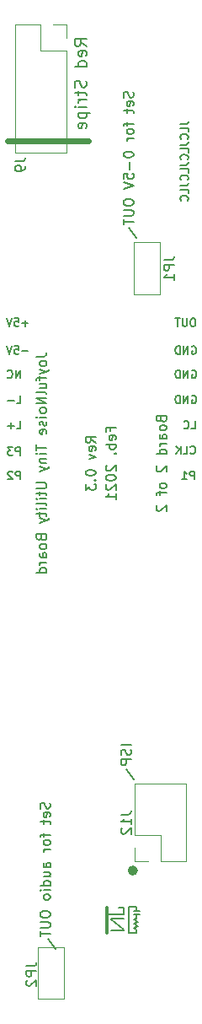
<source format=gbr>
G04 #@! TF.GenerationSoftware,KiCad,Pcbnew,(5.1.9-0-10_14)*
G04 #@! TF.CreationDate,2021-02-07T03:37:40-06:00*
G04 #@! TF.ProjectId,JNTUB_board2,4a4e5455-425f-4626-9f61-7264322e6b69,rev?*
G04 #@! TF.SameCoordinates,Original*
G04 #@! TF.FileFunction,Legend,Bot*
G04 #@! TF.FilePolarity,Positive*
%FSLAX46Y46*%
G04 Gerber Fmt 4.6, Leading zero omitted, Abs format (unit mm)*
G04 Created by KiCad (PCBNEW (5.1.9-0-10_14)) date 2021-02-07 03:37:40*
%MOMM*%
%LPD*%
G01*
G04 APERTURE LIST*
%ADD10C,0.150000*%
%ADD11C,0.200000*%
%ADD12C,0.500000*%
%ADD13C,0.300000*%
%ADD14C,0.600000*%
%ADD15C,0.120000*%
G04 APERTURE END LIST*
D10*
X214782380Y-98913904D02*
X215163333Y-98913904D01*
X215163333Y-98113904D01*
X214058571Y-98837714D02*
X214096666Y-98875809D01*
X214210952Y-98913904D01*
X214287142Y-98913904D01*
X214401428Y-98875809D01*
X214477619Y-98799619D01*
X214515714Y-98723428D01*
X214553809Y-98571047D01*
X214553809Y-98456761D01*
X214515714Y-98304380D01*
X214477619Y-98228190D01*
X214401428Y-98152000D01*
X214287142Y-98113904D01*
X214210952Y-98113904D01*
X214096666Y-98152000D01*
X214058571Y-98190095D01*
X198386571Y-88322142D02*
X197777047Y-88322142D01*
X198081809Y-88626904D02*
X198081809Y-88017380D01*
X197015142Y-87826904D02*
X197396095Y-87826904D01*
X197434190Y-88207857D01*
X197396095Y-88169761D01*
X197319904Y-88131666D01*
X197129428Y-88131666D01*
X197053238Y-88169761D01*
X197015142Y-88207857D01*
X196977047Y-88284047D01*
X196977047Y-88474523D01*
X197015142Y-88550714D01*
X197053238Y-88588809D01*
X197129428Y-88626904D01*
X197319904Y-88626904D01*
X197396095Y-88588809D01*
X197434190Y-88550714D01*
X196748476Y-87826904D02*
X196481809Y-88626904D01*
X196215142Y-87826904D01*
X198386571Y-91116142D02*
X197777047Y-91116142D01*
X197015142Y-90620904D02*
X197396095Y-90620904D01*
X197434190Y-91001857D01*
X197396095Y-90963761D01*
X197319904Y-90925666D01*
X197129428Y-90925666D01*
X197053238Y-90963761D01*
X197015142Y-91001857D01*
X196977047Y-91078047D01*
X196977047Y-91268523D01*
X197015142Y-91344714D01*
X197053238Y-91382809D01*
X197129428Y-91420904D01*
X197319904Y-91420904D01*
X197396095Y-91382809D01*
X197434190Y-91344714D01*
X196748476Y-90620904D02*
X196481809Y-91420904D01*
X196215142Y-90620904D01*
X197605571Y-93833904D02*
X197605571Y-93033904D01*
X197148428Y-93833904D01*
X197148428Y-93033904D01*
X196310333Y-93757714D02*
X196348428Y-93795809D01*
X196462714Y-93833904D01*
X196538904Y-93833904D01*
X196653190Y-93795809D01*
X196729380Y-93719619D01*
X196767476Y-93643428D01*
X196805571Y-93491047D01*
X196805571Y-93376761D01*
X196767476Y-93224380D01*
X196729380Y-93148190D01*
X196653190Y-93072000D01*
X196538904Y-93033904D01*
X196462714Y-93033904D01*
X196348428Y-93072000D01*
X196310333Y-93110095D01*
X197224619Y-96373904D02*
X197605571Y-96373904D01*
X197605571Y-95573904D01*
X196957952Y-96069142D02*
X196348428Y-96069142D01*
X197224619Y-98913904D02*
X197605571Y-98913904D01*
X197605571Y-98113904D01*
X196957952Y-98609142D02*
X196348428Y-98609142D01*
X196653190Y-98913904D02*
X196653190Y-98304380D01*
X197567476Y-101580904D02*
X197567476Y-100780904D01*
X197262714Y-100780904D01*
X197186523Y-100819000D01*
X197148428Y-100857095D01*
X197110333Y-100933285D01*
X197110333Y-101047571D01*
X197148428Y-101123761D01*
X197186523Y-101161857D01*
X197262714Y-101199952D01*
X197567476Y-101199952D01*
X196843666Y-100780904D02*
X196348428Y-100780904D01*
X196615095Y-101085666D01*
X196500809Y-101085666D01*
X196424619Y-101123761D01*
X196386523Y-101161857D01*
X196348428Y-101238047D01*
X196348428Y-101428523D01*
X196386523Y-101504714D01*
X196424619Y-101542809D01*
X196500809Y-101580904D01*
X196729380Y-101580904D01*
X196805571Y-101542809D01*
X196843666Y-101504714D01*
X197567476Y-103993904D02*
X197567476Y-103193904D01*
X197262714Y-103193904D01*
X197186523Y-103232000D01*
X197148428Y-103270095D01*
X197110333Y-103346285D01*
X197110333Y-103460571D01*
X197148428Y-103536761D01*
X197186523Y-103574857D01*
X197262714Y-103612952D01*
X197567476Y-103612952D01*
X196805571Y-103270095D02*
X196767476Y-103232000D01*
X196691285Y-103193904D01*
X196500809Y-103193904D01*
X196424619Y-103232000D01*
X196386523Y-103270095D01*
X196348428Y-103346285D01*
X196348428Y-103422476D01*
X196386523Y-103536761D01*
X196843666Y-103993904D01*
X196348428Y-103993904D01*
X215093476Y-103993904D02*
X215093476Y-103193904D01*
X214788714Y-103193904D01*
X214712523Y-103232000D01*
X214674428Y-103270095D01*
X214636333Y-103346285D01*
X214636333Y-103460571D01*
X214674428Y-103536761D01*
X214712523Y-103574857D01*
X214788714Y-103612952D01*
X215093476Y-103612952D01*
X213874428Y-103993904D02*
X214331571Y-103993904D01*
X214103000Y-103993904D02*
X214103000Y-103193904D01*
X214179190Y-103308190D01*
X214255380Y-103384380D01*
X214331571Y-103422476D01*
X214725190Y-101377714D02*
X214763285Y-101415809D01*
X214877571Y-101453904D01*
X214953761Y-101453904D01*
X215068047Y-101415809D01*
X215144238Y-101339619D01*
X215182333Y-101263428D01*
X215220428Y-101111047D01*
X215220428Y-100996761D01*
X215182333Y-100844380D01*
X215144238Y-100768190D01*
X215068047Y-100692000D01*
X214953761Y-100653904D01*
X214877571Y-100653904D01*
X214763285Y-100692000D01*
X214725190Y-100730095D01*
X214001380Y-101453904D02*
X214382333Y-101453904D01*
X214382333Y-100653904D01*
X213734714Y-101453904D02*
X213734714Y-100653904D01*
X213277571Y-101453904D02*
X213620428Y-100996761D01*
X213277571Y-100653904D02*
X213734714Y-101111047D01*
X214858523Y-95612000D02*
X214934714Y-95573904D01*
X215049000Y-95573904D01*
X215163285Y-95612000D01*
X215239476Y-95688190D01*
X215277571Y-95764380D01*
X215315666Y-95916761D01*
X215315666Y-96031047D01*
X215277571Y-96183428D01*
X215239476Y-96259619D01*
X215163285Y-96335809D01*
X215049000Y-96373904D01*
X214972809Y-96373904D01*
X214858523Y-96335809D01*
X214820428Y-96297714D01*
X214820428Y-96031047D01*
X214972809Y-96031047D01*
X214477571Y-96373904D02*
X214477571Y-95573904D01*
X214020428Y-96373904D01*
X214020428Y-95573904D01*
X213639476Y-96373904D02*
X213639476Y-95573904D01*
X213449000Y-95573904D01*
X213334714Y-95612000D01*
X213258523Y-95688190D01*
X213220428Y-95764380D01*
X213182333Y-95916761D01*
X213182333Y-96031047D01*
X213220428Y-96183428D01*
X213258523Y-96259619D01*
X213334714Y-96335809D01*
X213449000Y-96373904D01*
X213639476Y-96373904D01*
X214858523Y-93072000D02*
X214934714Y-93033904D01*
X215049000Y-93033904D01*
X215163285Y-93072000D01*
X215239476Y-93148190D01*
X215277571Y-93224380D01*
X215315666Y-93376761D01*
X215315666Y-93491047D01*
X215277571Y-93643428D01*
X215239476Y-93719619D01*
X215163285Y-93795809D01*
X215049000Y-93833904D01*
X214972809Y-93833904D01*
X214858523Y-93795809D01*
X214820428Y-93757714D01*
X214820428Y-93491047D01*
X214972809Y-93491047D01*
X214477571Y-93833904D02*
X214477571Y-93033904D01*
X214020428Y-93833904D01*
X214020428Y-93033904D01*
X213639476Y-93833904D02*
X213639476Y-93033904D01*
X213449000Y-93033904D01*
X213334714Y-93072000D01*
X213258523Y-93148190D01*
X213220428Y-93224380D01*
X213182333Y-93376761D01*
X213182333Y-93491047D01*
X213220428Y-93643428D01*
X213258523Y-93719619D01*
X213334714Y-93795809D01*
X213449000Y-93833904D01*
X213639476Y-93833904D01*
X214858523Y-90659000D02*
X214934714Y-90620904D01*
X215049000Y-90620904D01*
X215163285Y-90659000D01*
X215239476Y-90735190D01*
X215277571Y-90811380D01*
X215315666Y-90963761D01*
X215315666Y-91078047D01*
X215277571Y-91230428D01*
X215239476Y-91306619D01*
X215163285Y-91382809D01*
X215049000Y-91420904D01*
X214972809Y-91420904D01*
X214858523Y-91382809D01*
X214820428Y-91344714D01*
X214820428Y-91078047D01*
X214972809Y-91078047D01*
X214477571Y-91420904D02*
X214477571Y-90620904D01*
X214020428Y-91420904D01*
X214020428Y-90620904D01*
X213639476Y-91420904D02*
X213639476Y-90620904D01*
X213449000Y-90620904D01*
X213334714Y-90659000D01*
X213258523Y-90735190D01*
X213220428Y-90811380D01*
X213182333Y-90963761D01*
X213182333Y-91078047D01*
X213220428Y-91230428D01*
X213258523Y-91306619D01*
X213334714Y-91382809D01*
X213449000Y-91420904D01*
X213639476Y-91420904D01*
X215049000Y-87826904D02*
X214896619Y-87826904D01*
X214820428Y-87865000D01*
X214744238Y-87941190D01*
X214706142Y-88093571D01*
X214706142Y-88360238D01*
X214744238Y-88512619D01*
X214820428Y-88588809D01*
X214896619Y-88626904D01*
X215049000Y-88626904D01*
X215125190Y-88588809D01*
X215201380Y-88512619D01*
X215239476Y-88360238D01*
X215239476Y-88093571D01*
X215201380Y-87941190D01*
X215125190Y-87865000D01*
X215049000Y-87826904D01*
X214363285Y-87826904D02*
X214363285Y-88474523D01*
X214325190Y-88550714D01*
X214287095Y-88588809D01*
X214210904Y-88626904D01*
X214058523Y-88626904D01*
X213982333Y-88588809D01*
X213944238Y-88550714D01*
X213906142Y-88474523D01*
X213906142Y-87826904D01*
X213639476Y-87826904D02*
X213182333Y-87826904D01*
X213410904Y-88626904D02*
X213410904Y-87826904D01*
D11*
X200406000Y-150114000D02*
X201168000Y-151130000D01*
X200556761Y-136460190D02*
X200604380Y-136603047D01*
X200604380Y-136841142D01*
X200556761Y-136936380D01*
X200509142Y-136984000D01*
X200413904Y-137031619D01*
X200318666Y-137031619D01*
X200223428Y-136984000D01*
X200175809Y-136936380D01*
X200128190Y-136841142D01*
X200080571Y-136650666D01*
X200032952Y-136555428D01*
X199985333Y-136507809D01*
X199890095Y-136460190D01*
X199794857Y-136460190D01*
X199699619Y-136507809D01*
X199652000Y-136555428D01*
X199604380Y-136650666D01*
X199604380Y-136888761D01*
X199652000Y-137031619D01*
X200556761Y-137841142D02*
X200604380Y-137745904D01*
X200604380Y-137555428D01*
X200556761Y-137460190D01*
X200461523Y-137412571D01*
X200080571Y-137412571D01*
X199985333Y-137460190D01*
X199937714Y-137555428D01*
X199937714Y-137745904D01*
X199985333Y-137841142D01*
X200080571Y-137888761D01*
X200175809Y-137888761D01*
X200271047Y-137412571D01*
X199937714Y-138174476D02*
X199937714Y-138555428D01*
X199604380Y-138317333D02*
X200461523Y-138317333D01*
X200556761Y-138364952D01*
X200604380Y-138460190D01*
X200604380Y-138555428D01*
X199937714Y-139507809D02*
X199937714Y-139888761D01*
X200604380Y-139650666D02*
X199747238Y-139650666D01*
X199652000Y-139698285D01*
X199604380Y-139793523D01*
X199604380Y-139888761D01*
X200604380Y-140364952D02*
X200556761Y-140269714D01*
X200509142Y-140222095D01*
X200413904Y-140174476D01*
X200128190Y-140174476D01*
X200032952Y-140222095D01*
X199985333Y-140269714D01*
X199937714Y-140364952D01*
X199937714Y-140507809D01*
X199985333Y-140603047D01*
X200032952Y-140650666D01*
X200128190Y-140698285D01*
X200413904Y-140698285D01*
X200509142Y-140650666D01*
X200556761Y-140603047D01*
X200604380Y-140507809D01*
X200604380Y-140364952D01*
X200604380Y-141126857D02*
X199937714Y-141126857D01*
X200128190Y-141126857D02*
X200032952Y-141174476D01*
X199985333Y-141222095D01*
X199937714Y-141317333D01*
X199937714Y-141412571D01*
X200604380Y-142936380D02*
X200080571Y-142936380D01*
X199985333Y-142888761D01*
X199937714Y-142793523D01*
X199937714Y-142603047D01*
X199985333Y-142507809D01*
X200556761Y-142936380D02*
X200604380Y-142841142D01*
X200604380Y-142603047D01*
X200556761Y-142507809D01*
X200461523Y-142460190D01*
X200366285Y-142460190D01*
X200271047Y-142507809D01*
X200223428Y-142603047D01*
X200223428Y-142841142D01*
X200175809Y-142936380D01*
X199937714Y-143841142D02*
X200604380Y-143841142D01*
X199937714Y-143412571D02*
X200461523Y-143412571D01*
X200556761Y-143460190D01*
X200604380Y-143555428D01*
X200604380Y-143698285D01*
X200556761Y-143793523D01*
X200509142Y-143841142D01*
X200604380Y-144745904D02*
X199604380Y-144745904D01*
X200556761Y-144745904D02*
X200604380Y-144650666D01*
X200604380Y-144460190D01*
X200556761Y-144364952D01*
X200509142Y-144317333D01*
X200413904Y-144269714D01*
X200128190Y-144269714D01*
X200032952Y-144317333D01*
X199985333Y-144364952D01*
X199937714Y-144460190D01*
X199937714Y-144650666D01*
X199985333Y-144745904D01*
X200604380Y-145222095D02*
X199937714Y-145222095D01*
X199604380Y-145222095D02*
X199652000Y-145174476D01*
X199699619Y-145222095D01*
X199652000Y-145269714D01*
X199604380Y-145222095D01*
X199699619Y-145222095D01*
X200604380Y-145841142D02*
X200556761Y-145745904D01*
X200509142Y-145698285D01*
X200413904Y-145650666D01*
X200128190Y-145650666D01*
X200032952Y-145698285D01*
X199985333Y-145745904D01*
X199937714Y-145841142D01*
X199937714Y-145984000D01*
X199985333Y-146079238D01*
X200032952Y-146126857D01*
X200128190Y-146174476D01*
X200413904Y-146174476D01*
X200509142Y-146126857D01*
X200556761Y-146079238D01*
X200604380Y-145984000D01*
X200604380Y-145841142D01*
X199604380Y-147555428D02*
X199604380Y-147745904D01*
X199652000Y-147841142D01*
X199747238Y-147936380D01*
X199937714Y-147984000D01*
X200271047Y-147984000D01*
X200461523Y-147936380D01*
X200556761Y-147841142D01*
X200604380Y-147745904D01*
X200604380Y-147555428D01*
X200556761Y-147460190D01*
X200461523Y-147364952D01*
X200271047Y-147317333D01*
X199937714Y-147317333D01*
X199747238Y-147364952D01*
X199652000Y-147460190D01*
X199604380Y-147555428D01*
X199604380Y-148412571D02*
X200413904Y-148412571D01*
X200509142Y-148460190D01*
X200556761Y-148507809D01*
X200604380Y-148603047D01*
X200604380Y-148793523D01*
X200556761Y-148888761D01*
X200509142Y-148936380D01*
X200413904Y-148984000D01*
X199604380Y-148984000D01*
X199604380Y-149317333D02*
X199604380Y-149888761D01*
X200604380Y-149603047D02*
X199604380Y-149603047D01*
X208280000Y-133096000D02*
X209042000Y-134112000D01*
X208732380Y-130670095D02*
X207732380Y-130670095D01*
X208684761Y-131098666D02*
X208732380Y-131241523D01*
X208732380Y-131479619D01*
X208684761Y-131574857D01*
X208637142Y-131622476D01*
X208541904Y-131670095D01*
X208446666Y-131670095D01*
X208351428Y-131622476D01*
X208303809Y-131574857D01*
X208256190Y-131479619D01*
X208208571Y-131289142D01*
X208160952Y-131193904D01*
X208113333Y-131146285D01*
X208018095Y-131098666D01*
X207922857Y-131098666D01*
X207827619Y-131146285D01*
X207780000Y-131193904D01*
X207732380Y-131289142D01*
X207732380Y-131527238D01*
X207780000Y-131670095D01*
X208732380Y-132098666D02*
X207732380Y-132098666D01*
X207732380Y-132479619D01*
X207780000Y-132574857D01*
X207827619Y-132622476D01*
X207922857Y-132670095D01*
X208065714Y-132670095D01*
X208160952Y-132622476D01*
X208208571Y-132574857D01*
X208256190Y-132479619D01*
X208256190Y-132098666D01*
D12*
X209169000Y-143256000D02*
G75*
G03*
X209169000Y-143256000I-254000J0D01*
G01*
D11*
X208534000Y-78740000D02*
X209296000Y-79756000D01*
D10*
X213683904Y-68334547D02*
X214255333Y-68334547D01*
X214369619Y-68296452D01*
X214445809Y-68220261D01*
X214483904Y-68105976D01*
X214483904Y-68029785D01*
X214483904Y-69096452D02*
X214483904Y-68715500D01*
X213683904Y-68715500D01*
X214407714Y-69820261D02*
X214445809Y-69782166D01*
X214483904Y-69667880D01*
X214483904Y-69591690D01*
X214445809Y-69477404D01*
X214369619Y-69401214D01*
X214293428Y-69363119D01*
X214141047Y-69325023D01*
X214026761Y-69325023D01*
X213874380Y-69363119D01*
X213798190Y-69401214D01*
X213722000Y-69477404D01*
X213683904Y-69591690D01*
X213683904Y-69667880D01*
X213722000Y-69782166D01*
X213760095Y-69820261D01*
X213683904Y-70391690D02*
X214255333Y-70391690D01*
X214369619Y-70353595D01*
X214445809Y-70277404D01*
X214483904Y-70163119D01*
X214483904Y-70086928D01*
X214483904Y-71153595D02*
X214483904Y-70772642D01*
X213683904Y-70772642D01*
X214407714Y-71877404D02*
X214445809Y-71839309D01*
X214483904Y-71725023D01*
X214483904Y-71648833D01*
X214445809Y-71534547D01*
X214369619Y-71458357D01*
X214293428Y-71420261D01*
X214141047Y-71382166D01*
X214026761Y-71382166D01*
X213874380Y-71420261D01*
X213798190Y-71458357D01*
X213722000Y-71534547D01*
X213683904Y-71648833D01*
X213683904Y-71725023D01*
X213722000Y-71839309D01*
X213760095Y-71877404D01*
X213683904Y-72448833D02*
X214255333Y-72448833D01*
X214369619Y-72410738D01*
X214445809Y-72334547D01*
X214483904Y-72220261D01*
X214483904Y-72144071D01*
X214483904Y-73210738D02*
X214483904Y-72829785D01*
X213683904Y-72829785D01*
X214407714Y-73934547D02*
X214445809Y-73896452D01*
X214483904Y-73782166D01*
X214483904Y-73705976D01*
X214445809Y-73591690D01*
X214369619Y-73515500D01*
X214293428Y-73477404D01*
X214141047Y-73439309D01*
X214026761Y-73439309D01*
X213874380Y-73477404D01*
X213798190Y-73515500D01*
X213722000Y-73591690D01*
X213683904Y-73705976D01*
X213683904Y-73782166D01*
X213722000Y-73896452D01*
X213760095Y-73934547D01*
X213683904Y-74505976D02*
X214255333Y-74505976D01*
X214369619Y-74467880D01*
X214445809Y-74391690D01*
X214483904Y-74277404D01*
X214483904Y-74201214D01*
X214483904Y-75267880D02*
X214483904Y-74886928D01*
X213683904Y-74886928D01*
X214407714Y-75991690D02*
X214445809Y-75953595D01*
X214483904Y-75839309D01*
X214483904Y-75763119D01*
X214445809Y-75648833D01*
X214369619Y-75572642D01*
X214293428Y-75534547D01*
X214141047Y-75496452D01*
X214026761Y-75496452D01*
X213874380Y-75534547D01*
X213798190Y-75572642D01*
X213722000Y-75648833D01*
X213683904Y-75763119D01*
X213683904Y-75839309D01*
X213722000Y-75953595D01*
X213760095Y-75991690D01*
D11*
X211764571Y-97933428D02*
X211812190Y-98076285D01*
X211859809Y-98123904D01*
X211955047Y-98171523D01*
X212097904Y-98171523D01*
X212193142Y-98123904D01*
X212240761Y-98076285D01*
X212288380Y-97981047D01*
X212288380Y-97600095D01*
X211288380Y-97600095D01*
X211288380Y-97933428D01*
X211336000Y-98028666D01*
X211383619Y-98076285D01*
X211478857Y-98123904D01*
X211574095Y-98123904D01*
X211669333Y-98076285D01*
X211716952Y-98028666D01*
X211764571Y-97933428D01*
X211764571Y-97600095D01*
X212288380Y-98742952D02*
X212240761Y-98647714D01*
X212193142Y-98600095D01*
X212097904Y-98552476D01*
X211812190Y-98552476D01*
X211716952Y-98600095D01*
X211669333Y-98647714D01*
X211621714Y-98742952D01*
X211621714Y-98885809D01*
X211669333Y-98981047D01*
X211716952Y-99028666D01*
X211812190Y-99076285D01*
X212097904Y-99076285D01*
X212193142Y-99028666D01*
X212240761Y-98981047D01*
X212288380Y-98885809D01*
X212288380Y-98742952D01*
X212288380Y-99933428D02*
X211764571Y-99933428D01*
X211669333Y-99885809D01*
X211621714Y-99790571D01*
X211621714Y-99600095D01*
X211669333Y-99504857D01*
X212240761Y-99933428D02*
X212288380Y-99838190D01*
X212288380Y-99600095D01*
X212240761Y-99504857D01*
X212145523Y-99457238D01*
X212050285Y-99457238D01*
X211955047Y-99504857D01*
X211907428Y-99600095D01*
X211907428Y-99838190D01*
X211859809Y-99933428D01*
X212288380Y-100409619D02*
X211621714Y-100409619D01*
X211812190Y-100409619D02*
X211716952Y-100457238D01*
X211669333Y-100504857D01*
X211621714Y-100600095D01*
X211621714Y-100695333D01*
X212288380Y-101457238D02*
X211288380Y-101457238D01*
X212240761Y-101457238D02*
X212288380Y-101362000D01*
X212288380Y-101171523D01*
X212240761Y-101076285D01*
X212193142Y-101028666D01*
X212097904Y-100981047D01*
X211812190Y-100981047D01*
X211716952Y-101028666D01*
X211669333Y-101076285D01*
X211621714Y-101171523D01*
X211621714Y-101362000D01*
X211669333Y-101457238D01*
X211383619Y-102647714D02*
X211336000Y-102695333D01*
X211288380Y-102790571D01*
X211288380Y-103028666D01*
X211336000Y-103123904D01*
X211383619Y-103171523D01*
X211478857Y-103219142D01*
X211574095Y-103219142D01*
X211716952Y-103171523D01*
X212288380Y-102600095D01*
X212288380Y-103219142D01*
X212288380Y-104552476D02*
X212240761Y-104457238D01*
X212193142Y-104409619D01*
X212097904Y-104362000D01*
X211812190Y-104362000D01*
X211716952Y-104409619D01*
X211669333Y-104457238D01*
X211621714Y-104552476D01*
X211621714Y-104695333D01*
X211669333Y-104790571D01*
X211716952Y-104838190D01*
X211812190Y-104885809D01*
X212097904Y-104885809D01*
X212193142Y-104838190D01*
X212240761Y-104790571D01*
X212288380Y-104695333D01*
X212288380Y-104552476D01*
X211621714Y-105171523D02*
X211621714Y-105552476D01*
X212288380Y-105314380D02*
X211431238Y-105314380D01*
X211336000Y-105362000D01*
X211288380Y-105457238D01*
X211288380Y-105552476D01*
X211383619Y-106600095D02*
X211336000Y-106647714D01*
X211288380Y-106742952D01*
X211288380Y-106981047D01*
X211336000Y-107076285D01*
X211383619Y-107123904D01*
X211478857Y-107171523D01*
X211574095Y-107171523D01*
X211716952Y-107123904D01*
X212288380Y-106552476D01*
X212288380Y-107171523D01*
X206684571Y-99100095D02*
X206684571Y-98766761D01*
X207208380Y-98766761D02*
X206208380Y-98766761D01*
X206208380Y-99242952D01*
X207160761Y-100004857D02*
X207208380Y-99909619D01*
X207208380Y-99719142D01*
X207160761Y-99623904D01*
X207065523Y-99576285D01*
X206684571Y-99576285D01*
X206589333Y-99623904D01*
X206541714Y-99719142D01*
X206541714Y-99909619D01*
X206589333Y-100004857D01*
X206684571Y-100052476D01*
X206779809Y-100052476D01*
X206875047Y-99576285D01*
X207208380Y-100481047D02*
X206208380Y-100481047D01*
X206589333Y-100481047D02*
X206541714Y-100576285D01*
X206541714Y-100766761D01*
X206589333Y-100862000D01*
X206636952Y-100909619D01*
X206732190Y-100957238D01*
X207017904Y-100957238D01*
X207113142Y-100909619D01*
X207160761Y-100862000D01*
X207208380Y-100766761D01*
X207208380Y-100576285D01*
X207160761Y-100481047D01*
X207113142Y-101385809D02*
X207160761Y-101433428D01*
X207208380Y-101385809D01*
X207160761Y-101338190D01*
X207113142Y-101385809D01*
X207208380Y-101385809D01*
X206303619Y-102576285D02*
X206256000Y-102623904D01*
X206208380Y-102719142D01*
X206208380Y-102957238D01*
X206256000Y-103052476D01*
X206303619Y-103100095D01*
X206398857Y-103147714D01*
X206494095Y-103147714D01*
X206636952Y-103100095D01*
X207208380Y-102528666D01*
X207208380Y-103147714D01*
X206208380Y-103766761D02*
X206208380Y-103862000D01*
X206256000Y-103957238D01*
X206303619Y-104004857D01*
X206398857Y-104052476D01*
X206589333Y-104100095D01*
X206827428Y-104100095D01*
X207017904Y-104052476D01*
X207113142Y-104004857D01*
X207160761Y-103957238D01*
X207208380Y-103862000D01*
X207208380Y-103766761D01*
X207160761Y-103671523D01*
X207113142Y-103623904D01*
X207017904Y-103576285D01*
X206827428Y-103528666D01*
X206589333Y-103528666D01*
X206398857Y-103576285D01*
X206303619Y-103623904D01*
X206256000Y-103671523D01*
X206208380Y-103766761D01*
X206303619Y-104481047D02*
X206256000Y-104528666D01*
X206208380Y-104623904D01*
X206208380Y-104862000D01*
X206256000Y-104957238D01*
X206303619Y-105004857D01*
X206398857Y-105052476D01*
X206494095Y-105052476D01*
X206636952Y-105004857D01*
X207208380Y-104433428D01*
X207208380Y-105052476D01*
X207208380Y-106004857D02*
X207208380Y-105433428D01*
X207208380Y-105719142D02*
X206208380Y-105719142D01*
X206351238Y-105623904D01*
X206446476Y-105528666D01*
X206494095Y-105433428D01*
X205176380Y-100290571D02*
X204700190Y-99957238D01*
X205176380Y-99719142D02*
X204176380Y-99719142D01*
X204176380Y-100100095D01*
X204224000Y-100195333D01*
X204271619Y-100242952D01*
X204366857Y-100290571D01*
X204509714Y-100290571D01*
X204604952Y-100242952D01*
X204652571Y-100195333D01*
X204700190Y-100100095D01*
X204700190Y-99719142D01*
X205128761Y-101100095D02*
X205176380Y-101004857D01*
X205176380Y-100814380D01*
X205128761Y-100719142D01*
X205033523Y-100671523D01*
X204652571Y-100671523D01*
X204557333Y-100719142D01*
X204509714Y-100814380D01*
X204509714Y-101004857D01*
X204557333Y-101100095D01*
X204652571Y-101147714D01*
X204747809Y-101147714D01*
X204843047Y-100671523D01*
X204509714Y-101481047D02*
X205176380Y-101719142D01*
X204509714Y-101957238D01*
X204176380Y-103290571D02*
X204176380Y-103385809D01*
X204224000Y-103481047D01*
X204271619Y-103528666D01*
X204366857Y-103576285D01*
X204557333Y-103623904D01*
X204795428Y-103623904D01*
X204985904Y-103576285D01*
X205081142Y-103528666D01*
X205128761Y-103481047D01*
X205176380Y-103385809D01*
X205176380Y-103290571D01*
X205128761Y-103195333D01*
X205081142Y-103147714D01*
X204985904Y-103100095D01*
X204795428Y-103052476D01*
X204557333Y-103052476D01*
X204366857Y-103100095D01*
X204271619Y-103147714D01*
X204224000Y-103195333D01*
X204176380Y-103290571D01*
X205081142Y-104052476D02*
X205128761Y-104100095D01*
X205176380Y-104052476D01*
X205128761Y-104004857D01*
X205081142Y-104052476D01*
X205176380Y-104052476D01*
X204176380Y-104433428D02*
X204176380Y-105052476D01*
X204557333Y-104719142D01*
X204557333Y-104862000D01*
X204604952Y-104957238D01*
X204652571Y-105004857D01*
X204747809Y-105052476D01*
X204985904Y-105052476D01*
X205081142Y-105004857D01*
X205128761Y-104957238D01*
X205176380Y-104862000D01*
X205176380Y-104576285D01*
X205128761Y-104481047D01*
X205081142Y-104433428D01*
X208938761Y-65090476D02*
X208986380Y-65233333D01*
X208986380Y-65471428D01*
X208938761Y-65566666D01*
X208891142Y-65614285D01*
X208795904Y-65661904D01*
X208700666Y-65661904D01*
X208605428Y-65614285D01*
X208557809Y-65566666D01*
X208510190Y-65471428D01*
X208462571Y-65280952D01*
X208414952Y-65185714D01*
X208367333Y-65138095D01*
X208272095Y-65090476D01*
X208176857Y-65090476D01*
X208081619Y-65138095D01*
X208034000Y-65185714D01*
X207986380Y-65280952D01*
X207986380Y-65519047D01*
X208034000Y-65661904D01*
X208938761Y-66471428D02*
X208986380Y-66376190D01*
X208986380Y-66185714D01*
X208938761Y-66090476D01*
X208843523Y-66042857D01*
X208462571Y-66042857D01*
X208367333Y-66090476D01*
X208319714Y-66185714D01*
X208319714Y-66376190D01*
X208367333Y-66471428D01*
X208462571Y-66519047D01*
X208557809Y-66519047D01*
X208653047Y-66042857D01*
X208319714Y-66804761D02*
X208319714Y-67185714D01*
X207986380Y-66947619D02*
X208843523Y-66947619D01*
X208938761Y-66995238D01*
X208986380Y-67090476D01*
X208986380Y-67185714D01*
X208319714Y-68138095D02*
X208319714Y-68519047D01*
X208986380Y-68280952D02*
X208129238Y-68280952D01*
X208034000Y-68328571D01*
X207986380Y-68423809D01*
X207986380Y-68519047D01*
X208986380Y-68995238D02*
X208938761Y-68900000D01*
X208891142Y-68852380D01*
X208795904Y-68804761D01*
X208510190Y-68804761D01*
X208414952Y-68852380D01*
X208367333Y-68900000D01*
X208319714Y-68995238D01*
X208319714Y-69138095D01*
X208367333Y-69233333D01*
X208414952Y-69280952D01*
X208510190Y-69328571D01*
X208795904Y-69328571D01*
X208891142Y-69280952D01*
X208938761Y-69233333D01*
X208986380Y-69138095D01*
X208986380Y-68995238D01*
X208986380Y-69757142D02*
X208319714Y-69757142D01*
X208510190Y-69757142D02*
X208414952Y-69804761D01*
X208367333Y-69852380D01*
X208319714Y-69947619D01*
X208319714Y-70042857D01*
X207986380Y-71328571D02*
X207986380Y-71423809D01*
X208034000Y-71519047D01*
X208081619Y-71566666D01*
X208176857Y-71614285D01*
X208367333Y-71661904D01*
X208605428Y-71661904D01*
X208795904Y-71614285D01*
X208891142Y-71566666D01*
X208938761Y-71519047D01*
X208986380Y-71423809D01*
X208986380Y-71328571D01*
X208938761Y-71233333D01*
X208891142Y-71185714D01*
X208795904Y-71138095D01*
X208605428Y-71090476D01*
X208367333Y-71090476D01*
X208176857Y-71138095D01*
X208081619Y-71185714D01*
X208034000Y-71233333D01*
X207986380Y-71328571D01*
X208605428Y-72090476D02*
X208605428Y-72852380D01*
X207986380Y-73804761D02*
X207986380Y-73328571D01*
X208462571Y-73280952D01*
X208414952Y-73328571D01*
X208367333Y-73423809D01*
X208367333Y-73661904D01*
X208414952Y-73757142D01*
X208462571Y-73804761D01*
X208557809Y-73852380D01*
X208795904Y-73852380D01*
X208891142Y-73804761D01*
X208938761Y-73757142D01*
X208986380Y-73661904D01*
X208986380Y-73423809D01*
X208938761Y-73328571D01*
X208891142Y-73280952D01*
X207986380Y-74138095D02*
X208986380Y-74471428D01*
X207986380Y-74804761D01*
X207986380Y-76090476D02*
X207986380Y-76280952D01*
X208034000Y-76376190D01*
X208129238Y-76471428D01*
X208319714Y-76519047D01*
X208653047Y-76519047D01*
X208843523Y-76471428D01*
X208938761Y-76376190D01*
X208986380Y-76280952D01*
X208986380Y-76090476D01*
X208938761Y-75995238D01*
X208843523Y-75900000D01*
X208653047Y-75852380D01*
X208319714Y-75852380D01*
X208129238Y-75900000D01*
X208034000Y-75995238D01*
X207986380Y-76090476D01*
X207986380Y-76947619D02*
X208795904Y-76947619D01*
X208891142Y-76995238D01*
X208938761Y-77042857D01*
X208986380Y-77138095D01*
X208986380Y-77328571D01*
X208938761Y-77423809D01*
X208891142Y-77471428D01*
X208795904Y-77519047D01*
X207986380Y-77519047D01*
X207986380Y-77852380D02*
X207986380Y-78423809D01*
X208986380Y-78138095D02*
X207986380Y-78138095D01*
D10*
X208026000Y-149148800D02*
X208026000Y-149250400D01*
X206705200Y-148082000D02*
X206705200Y-148183600D01*
X209042000Y-148996400D02*
X209296000Y-149148800D01*
X209296000Y-149148800D02*
X209296000Y-149504400D01*
X209448400Y-148793200D02*
X209042000Y-148996400D01*
X209042000Y-148590000D02*
X209448400Y-148793200D01*
X209448400Y-148386800D02*
X209042000Y-148590000D01*
X209042000Y-148183600D02*
X209448400Y-148386800D01*
X209296000Y-148031200D02*
X209042000Y-148183600D01*
X209296000Y-147624800D02*
X209296000Y-148031200D01*
X208991200Y-147624800D02*
X209600800Y-147624800D01*
X209296000Y-147320000D02*
X209600800Y-147320000D01*
X209296000Y-147320000D02*
X208991200Y-147320000D01*
X209296000Y-146862800D02*
X209296000Y-147320000D01*
X208534000Y-146862800D02*
X209296000Y-146862800D01*
X208534000Y-149504400D02*
X209296000Y-149504400D01*
X208534000Y-146862800D02*
X208534000Y-149504400D01*
X208026000Y-149250400D02*
X206705200Y-149250400D01*
X206705200Y-148183600D02*
X208026000Y-149148800D01*
X208026000Y-148082000D02*
X206705200Y-148082000D01*
D13*
X206298800Y-146964400D02*
X206298800Y-149504400D01*
D10*
X208026000Y-147624800D02*
X206248000Y-147624800D01*
X208026000Y-146989800D02*
X208026000Y-147624800D01*
X207467200Y-146989800D02*
X208026000Y-146989800D01*
D11*
X199223380Y-91647714D02*
X199937666Y-91647714D01*
X200080523Y-91600095D01*
X200175761Y-91504857D01*
X200223380Y-91362000D01*
X200223380Y-91266761D01*
X200223380Y-92266761D02*
X200175761Y-92171523D01*
X200128142Y-92123904D01*
X200032904Y-92076285D01*
X199747190Y-92076285D01*
X199651952Y-92123904D01*
X199604333Y-92171523D01*
X199556714Y-92266761D01*
X199556714Y-92409619D01*
X199604333Y-92504857D01*
X199651952Y-92552476D01*
X199747190Y-92600095D01*
X200032904Y-92600095D01*
X200128142Y-92552476D01*
X200175761Y-92504857D01*
X200223380Y-92409619D01*
X200223380Y-92266761D01*
X199556714Y-92933428D02*
X200223380Y-93171523D01*
X199556714Y-93409619D02*
X200223380Y-93171523D01*
X200461476Y-93076285D01*
X200509095Y-93028666D01*
X200556714Y-92933428D01*
X199556714Y-93647714D02*
X199556714Y-94028666D01*
X200223380Y-93790571D02*
X199366238Y-93790571D01*
X199271000Y-93838190D01*
X199223380Y-93933428D01*
X199223380Y-94028666D01*
X199556714Y-94790571D02*
X200223380Y-94790571D01*
X199556714Y-94362000D02*
X200080523Y-94362000D01*
X200175761Y-94409619D01*
X200223380Y-94504857D01*
X200223380Y-94647714D01*
X200175761Y-94742952D01*
X200128142Y-94790571D01*
X200223380Y-95409619D02*
X200175761Y-95314380D01*
X200080523Y-95266761D01*
X199223380Y-95266761D01*
X200223380Y-95790571D02*
X199223380Y-95790571D01*
X200223380Y-96362000D01*
X199223380Y-96362000D01*
X200223380Y-96981047D02*
X200175761Y-96885809D01*
X200128142Y-96838190D01*
X200032904Y-96790571D01*
X199747190Y-96790571D01*
X199651952Y-96838190D01*
X199604333Y-96885809D01*
X199556714Y-96981047D01*
X199556714Y-97123904D01*
X199604333Y-97219142D01*
X199651952Y-97266761D01*
X199747190Y-97314380D01*
X200032904Y-97314380D01*
X200128142Y-97266761D01*
X200175761Y-97219142D01*
X200223380Y-97123904D01*
X200223380Y-96981047D01*
X200223380Y-97742952D02*
X199556714Y-97742952D01*
X199223380Y-97742952D02*
X199271000Y-97695333D01*
X199318619Y-97742952D01*
X199271000Y-97790571D01*
X199223380Y-97742952D01*
X199318619Y-97742952D01*
X200175761Y-98171523D02*
X200223380Y-98266761D01*
X200223380Y-98457238D01*
X200175761Y-98552476D01*
X200080523Y-98600095D01*
X200032904Y-98600095D01*
X199937666Y-98552476D01*
X199890047Y-98457238D01*
X199890047Y-98314380D01*
X199842428Y-98219142D01*
X199747190Y-98171523D01*
X199699571Y-98171523D01*
X199604333Y-98219142D01*
X199556714Y-98314380D01*
X199556714Y-98457238D01*
X199604333Y-98552476D01*
X200175761Y-99409619D02*
X200223380Y-99314380D01*
X200223380Y-99123904D01*
X200175761Y-99028666D01*
X200080523Y-98981047D01*
X199699571Y-98981047D01*
X199604333Y-99028666D01*
X199556714Y-99123904D01*
X199556714Y-99314380D01*
X199604333Y-99409619D01*
X199699571Y-99457238D01*
X199794809Y-99457238D01*
X199890047Y-98981047D01*
X199223380Y-100504857D02*
X199223380Y-101076285D01*
X200223380Y-100790571D02*
X199223380Y-100790571D01*
X200223380Y-101409619D02*
X199556714Y-101409619D01*
X199223380Y-101409619D02*
X199271000Y-101362000D01*
X199318619Y-101409619D01*
X199271000Y-101457238D01*
X199223380Y-101409619D01*
X199318619Y-101409619D01*
X199556714Y-101885809D02*
X200223380Y-101885809D01*
X199651952Y-101885809D02*
X199604333Y-101933428D01*
X199556714Y-102028666D01*
X199556714Y-102171523D01*
X199604333Y-102266761D01*
X199699571Y-102314380D01*
X200223380Y-102314380D01*
X199556714Y-102695333D02*
X200223380Y-102933428D01*
X199556714Y-103171523D02*
X200223380Y-102933428D01*
X200461476Y-102838190D01*
X200509095Y-102790571D01*
X200556714Y-102695333D01*
X199223380Y-104314380D02*
X200032904Y-104314380D01*
X200128142Y-104362000D01*
X200175761Y-104409619D01*
X200223380Y-104504857D01*
X200223380Y-104695333D01*
X200175761Y-104790571D01*
X200128142Y-104838190D01*
X200032904Y-104885809D01*
X199223380Y-104885809D01*
X199556714Y-105219142D02*
X199556714Y-105600095D01*
X199223380Y-105362000D02*
X200080523Y-105362000D01*
X200175761Y-105409619D01*
X200223380Y-105504857D01*
X200223380Y-105600095D01*
X200223380Y-105933428D02*
X199556714Y-105933428D01*
X199223380Y-105933428D02*
X199271000Y-105885809D01*
X199318619Y-105933428D01*
X199271000Y-105981047D01*
X199223380Y-105933428D01*
X199318619Y-105933428D01*
X200223380Y-106552476D02*
X200175761Y-106457238D01*
X200080523Y-106409619D01*
X199223380Y-106409619D01*
X200223380Y-106933428D02*
X199556714Y-106933428D01*
X199223380Y-106933428D02*
X199271000Y-106885809D01*
X199318619Y-106933428D01*
X199271000Y-106981047D01*
X199223380Y-106933428D01*
X199318619Y-106933428D01*
X199556714Y-107266761D02*
X199556714Y-107647714D01*
X199223380Y-107409619D02*
X200080523Y-107409619D01*
X200175761Y-107457238D01*
X200223380Y-107552476D01*
X200223380Y-107647714D01*
X199556714Y-107885809D02*
X200223380Y-108123904D01*
X199556714Y-108362000D02*
X200223380Y-108123904D01*
X200461476Y-108028666D01*
X200509095Y-107981047D01*
X200556714Y-107885809D01*
X199699571Y-109838190D02*
X199747190Y-109981047D01*
X199794809Y-110028666D01*
X199890047Y-110076285D01*
X200032904Y-110076285D01*
X200128142Y-110028666D01*
X200175761Y-109981047D01*
X200223380Y-109885809D01*
X200223380Y-109504857D01*
X199223380Y-109504857D01*
X199223380Y-109838190D01*
X199271000Y-109933428D01*
X199318619Y-109981047D01*
X199413857Y-110028666D01*
X199509095Y-110028666D01*
X199604333Y-109981047D01*
X199651952Y-109933428D01*
X199699571Y-109838190D01*
X199699571Y-109504857D01*
X200223380Y-110647714D02*
X200175761Y-110552476D01*
X200128142Y-110504857D01*
X200032904Y-110457238D01*
X199747190Y-110457238D01*
X199651952Y-110504857D01*
X199604333Y-110552476D01*
X199556714Y-110647714D01*
X199556714Y-110790571D01*
X199604333Y-110885809D01*
X199651952Y-110933428D01*
X199747190Y-110981047D01*
X200032904Y-110981047D01*
X200128142Y-110933428D01*
X200175761Y-110885809D01*
X200223380Y-110790571D01*
X200223380Y-110647714D01*
X200223380Y-111838190D02*
X199699571Y-111838190D01*
X199604333Y-111790571D01*
X199556714Y-111695333D01*
X199556714Y-111504857D01*
X199604333Y-111409619D01*
X200175761Y-111838190D02*
X200223380Y-111742952D01*
X200223380Y-111504857D01*
X200175761Y-111409619D01*
X200080523Y-111362000D01*
X199985285Y-111362000D01*
X199890047Y-111409619D01*
X199842428Y-111504857D01*
X199842428Y-111742952D01*
X199794809Y-111838190D01*
X200223380Y-112314380D02*
X199556714Y-112314380D01*
X199747190Y-112314380D02*
X199651952Y-112362000D01*
X199604333Y-112409619D01*
X199556714Y-112504857D01*
X199556714Y-112600095D01*
X200223380Y-113362000D02*
X199223380Y-113362000D01*
X200175761Y-113362000D02*
X200223380Y-113266761D01*
X200223380Y-113076285D01*
X200175761Y-112981047D01*
X200128142Y-112933428D01*
X200032904Y-112885809D01*
X199747190Y-112885809D01*
X199651952Y-112933428D01*
X199604333Y-112981047D01*
X199556714Y-113076285D01*
X199556714Y-113266761D01*
X199604333Y-113362000D01*
X204250857Y-60490571D02*
X203679428Y-60090571D01*
X204250857Y-59804857D02*
X203050857Y-59804857D01*
X203050857Y-60262000D01*
X203108000Y-60376285D01*
X203165142Y-60433428D01*
X203279428Y-60490571D01*
X203450857Y-60490571D01*
X203565142Y-60433428D01*
X203622285Y-60376285D01*
X203679428Y-60262000D01*
X203679428Y-59804857D01*
X204193714Y-61462000D02*
X204250857Y-61347714D01*
X204250857Y-61119142D01*
X204193714Y-61004857D01*
X204079428Y-60947714D01*
X203622285Y-60947714D01*
X203508000Y-61004857D01*
X203450857Y-61119142D01*
X203450857Y-61347714D01*
X203508000Y-61462000D01*
X203622285Y-61519142D01*
X203736571Y-61519142D01*
X203850857Y-60947714D01*
X204250857Y-62547714D02*
X203050857Y-62547714D01*
X204193714Y-62547714D02*
X204250857Y-62433428D01*
X204250857Y-62204857D01*
X204193714Y-62090571D01*
X204136571Y-62033428D01*
X204022285Y-61976285D01*
X203679428Y-61976285D01*
X203565142Y-62033428D01*
X203508000Y-62090571D01*
X203450857Y-62204857D01*
X203450857Y-62433428D01*
X203508000Y-62547714D01*
X204193714Y-63976285D02*
X204250857Y-64147714D01*
X204250857Y-64433428D01*
X204193714Y-64547714D01*
X204136571Y-64604857D01*
X204022285Y-64662000D01*
X203908000Y-64662000D01*
X203793714Y-64604857D01*
X203736571Y-64547714D01*
X203679428Y-64433428D01*
X203622285Y-64204857D01*
X203565142Y-64090571D01*
X203508000Y-64033428D01*
X203393714Y-63976285D01*
X203279428Y-63976285D01*
X203165142Y-64033428D01*
X203108000Y-64090571D01*
X203050857Y-64204857D01*
X203050857Y-64490571D01*
X203108000Y-64662000D01*
X203450857Y-65004857D02*
X203450857Y-65462000D01*
X203050857Y-65176285D02*
X204079428Y-65176285D01*
X204193714Y-65233428D01*
X204250857Y-65347714D01*
X204250857Y-65462000D01*
X204250857Y-65862000D02*
X203450857Y-65862000D01*
X203679428Y-65862000D02*
X203565142Y-65919142D01*
X203508000Y-65976285D01*
X203450857Y-66090571D01*
X203450857Y-66204857D01*
X204250857Y-66604857D02*
X203450857Y-66604857D01*
X203050857Y-66604857D02*
X203108000Y-66547714D01*
X203165142Y-66604857D01*
X203108000Y-66662000D01*
X203050857Y-66604857D01*
X203165142Y-66604857D01*
X203450857Y-67176285D02*
X204650857Y-67176285D01*
X203508000Y-67176285D02*
X203450857Y-67290571D01*
X203450857Y-67519142D01*
X203508000Y-67633428D01*
X203565142Y-67690571D01*
X203679428Y-67747714D01*
X204022285Y-67747714D01*
X204136571Y-67690571D01*
X204193714Y-67633428D01*
X204250857Y-67519142D01*
X204250857Y-67290571D01*
X204193714Y-67176285D01*
X204193714Y-68719142D02*
X204250857Y-68604857D01*
X204250857Y-68376285D01*
X204193714Y-68262000D01*
X204079428Y-68204857D01*
X203622285Y-68204857D01*
X203508000Y-68262000D01*
X203450857Y-68376285D01*
X203450857Y-68604857D01*
X203508000Y-68719142D01*
X203622285Y-68776285D01*
X203736571Y-68776285D01*
X203850857Y-68204857D01*
D14*
X196342000Y-69977000D02*
X204470000Y-69977000D01*
D15*
G04 #@! TO.C,JP2*
X199330000Y-150943000D02*
X201990000Y-150943000D01*
X199326500Y-156146500D02*
X199330000Y-150943000D01*
X201986500Y-156146500D02*
X201990000Y-150943000D01*
X199326500Y-156146500D02*
X201986500Y-156146500D01*
G04 #@! TO.C,J12*
X209109000Y-142300000D02*
X210439000Y-142300000D01*
X209109000Y-140970000D02*
X209109000Y-142300000D01*
X211709000Y-142300000D02*
X214309000Y-142300000D01*
X211709000Y-139700000D02*
X211709000Y-142300000D01*
X209109000Y-139700000D02*
X211709000Y-139700000D01*
X214309000Y-142300000D02*
X214309000Y-134560000D01*
X209109000Y-139700000D02*
X209109000Y-134560000D01*
X209109000Y-134560000D02*
X214309000Y-134560000D01*
G04 #@! TO.C,JP1*
X211642000Y-82804000D02*
X211642000Y-80204000D01*
X211642000Y-80204000D02*
X208982000Y-80204000D01*
X208982000Y-80204000D02*
X208982000Y-85404000D01*
X211642000Y-82804000D02*
X211642000Y-85404000D01*
X211642000Y-85404000D02*
X208982000Y-85404000D01*
G04 #@! TO.C,J9*
X202244000Y-71180000D02*
X197044000Y-71180000D01*
X202244000Y-60960000D02*
X202244000Y-71180000D01*
X197044000Y-58360000D02*
X197044000Y-71180000D01*
X202244000Y-60960000D02*
X199644000Y-60960000D01*
X199644000Y-60960000D02*
X199644000Y-58360000D01*
X199644000Y-58360000D02*
X197044000Y-58360000D01*
X202244000Y-59690000D02*
X202244000Y-58360000D01*
X202244000Y-58360000D02*
X200914000Y-58360000D01*
G04 #@! TO.C,JP2*
D10*
X198207380Y-152836666D02*
X198921666Y-152836666D01*
X199064523Y-152789047D01*
X199159761Y-152693809D01*
X199207380Y-152550952D01*
X199207380Y-152455714D01*
X199207380Y-153312857D02*
X198207380Y-153312857D01*
X198207380Y-153693809D01*
X198255000Y-153789047D01*
X198302619Y-153836666D01*
X198397857Y-153884285D01*
X198540714Y-153884285D01*
X198635952Y-153836666D01*
X198683571Y-153789047D01*
X198731190Y-153693809D01*
X198731190Y-153312857D01*
X198302619Y-154265238D02*
X198255000Y-154312857D01*
X198207380Y-154408095D01*
X198207380Y-154646190D01*
X198255000Y-154741428D01*
X198302619Y-154789047D01*
X198397857Y-154836666D01*
X198493095Y-154836666D01*
X198635952Y-154789047D01*
X199207380Y-154217619D01*
X199207380Y-154836666D01*
G04 #@! TO.C,J12*
X207732380Y-137620476D02*
X208446666Y-137620476D01*
X208589523Y-137572857D01*
X208684761Y-137477619D01*
X208732380Y-137334761D01*
X208732380Y-137239523D01*
X208732380Y-138620476D02*
X208732380Y-138049047D01*
X208732380Y-138334761D02*
X207732380Y-138334761D01*
X207875238Y-138239523D01*
X207970476Y-138144285D01*
X208018095Y-138049047D01*
X207827619Y-139001428D02*
X207780000Y-139049047D01*
X207732380Y-139144285D01*
X207732380Y-139382380D01*
X207780000Y-139477619D01*
X207827619Y-139525238D01*
X207922857Y-139572857D01*
X208018095Y-139572857D01*
X208160952Y-139525238D01*
X208732380Y-138953809D01*
X208732380Y-139572857D01*
G04 #@! TO.C,JP1*
X212050380Y-81970666D02*
X212764666Y-81970666D01*
X212907523Y-81923047D01*
X213002761Y-81827809D01*
X213050380Y-81684952D01*
X213050380Y-81589714D01*
X213050380Y-82446857D02*
X212050380Y-82446857D01*
X212050380Y-82827809D01*
X212098000Y-82923047D01*
X212145619Y-82970666D01*
X212240857Y-83018285D01*
X212383714Y-83018285D01*
X212478952Y-82970666D01*
X212526571Y-82923047D01*
X212574190Y-82827809D01*
X212574190Y-82446857D01*
X213050380Y-83970666D02*
X213050380Y-83399238D01*
X213050380Y-83684952D02*
X212050380Y-83684952D01*
X212193238Y-83589714D01*
X212288476Y-83494476D01*
X212336095Y-83399238D01*
G04 #@! TO.C,J9*
X197064380Y-72056666D02*
X197778666Y-72056666D01*
X197921523Y-72009047D01*
X198016761Y-71913809D01*
X198064380Y-71770952D01*
X198064380Y-71675714D01*
X198064380Y-72580476D02*
X198064380Y-72770952D01*
X198016761Y-72866190D01*
X197969142Y-72913809D01*
X197826285Y-73009047D01*
X197635809Y-73056666D01*
X197254857Y-73056666D01*
X197159619Y-73009047D01*
X197112000Y-72961428D01*
X197064380Y-72866190D01*
X197064380Y-72675714D01*
X197112000Y-72580476D01*
X197159619Y-72532857D01*
X197254857Y-72485238D01*
X197492952Y-72485238D01*
X197588190Y-72532857D01*
X197635809Y-72580476D01*
X197683428Y-72675714D01*
X197683428Y-72866190D01*
X197635809Y-72961428D01*
X197588190Y-73009047D01*
X197492952Y-73056666D01*
G04 #@! TD*
M02*

</source>
